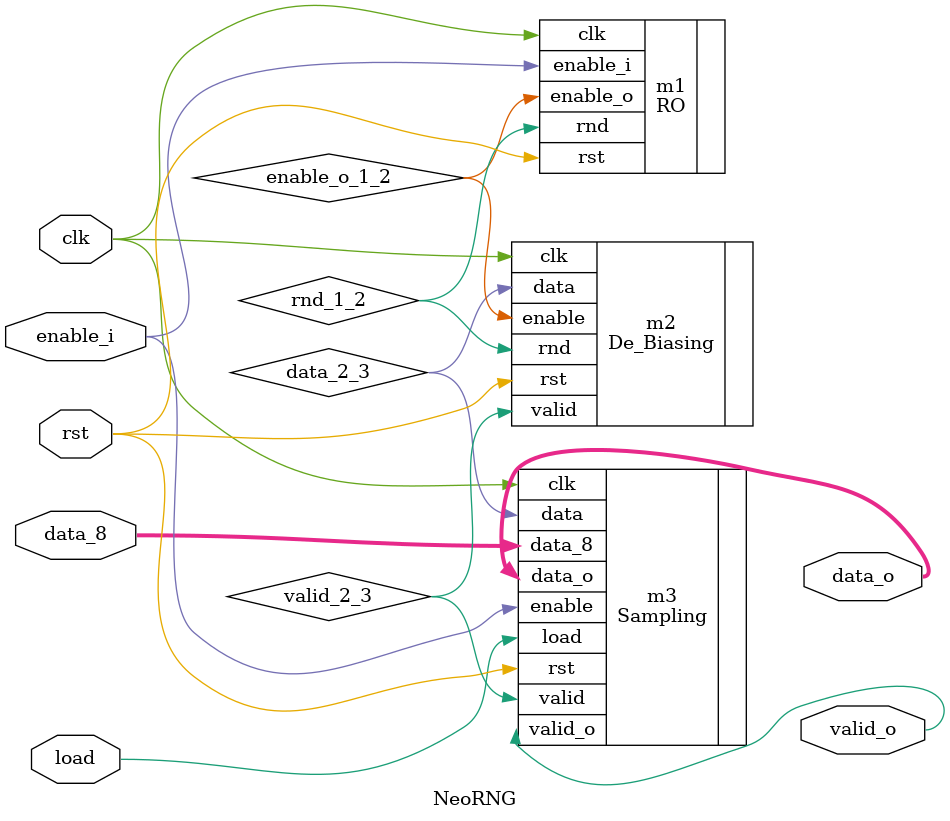
<source format=v>
module NeoRNG (
    input clk,
    input rst,
    input enable_i,
    input load,
    input [7:0] data_8,
    output valid_o,
    output [7:0] data_o
);
wire enable_o_1_2, rnd_1_2, valid_2_3, data_2_3;

RO m1 (
    .clk(clk),
    .rst(rst),
    .enable_i(enable_i),
    .enable_o(enable_o_1_2),
    .rnd(rnd_1_2)
);

De_Biasing m2 (
    .clk(clk),
    .rst(rst),
    .enable(enable_o_1_2),
    .rnd(rnd_1_2),
    .valid(valid_2_3),
    .data(data_2_3)
);
    
Sampling m3 (
    .clk(clk),
    .rst(rst),
    .load(load),
    .enable(enable_i),
    .valid(valid_2_3),
    .data(data_2_3),
    .data_8(data_8),
    .valid_o(valid_o),
    .data_o(data_o)
);
endmodule
</source>
